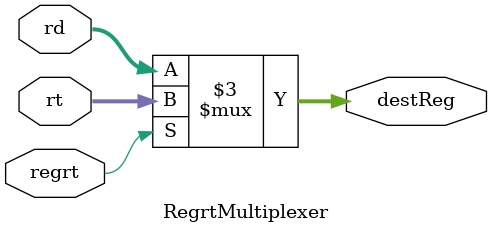
<source format=v>
`timescale 1ns / 1ps

module RegrtMultiplexer(input [4:0] rt, input [4:0] rd, input regrt, output reg [4:0] destReg);
    always @ (*)begin
            if (regrt)begin
                destReg <= rt;
            end
            else begin
                destReg <= rd;
            end
    end
endmodule

</source>
